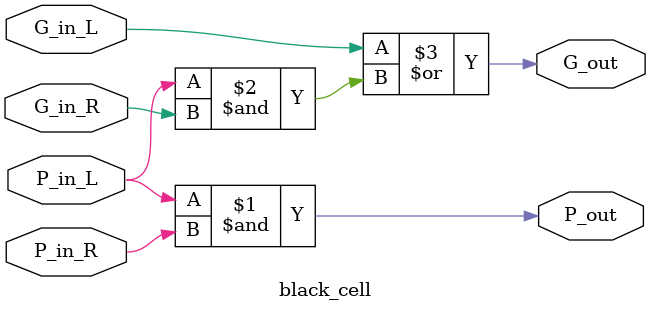
<source format=v>
module black_cell (
    // Inputs from the 'left' (more significant) group
    input P_in_L, G_in_L,
    
    // Inputs from the 'right' (less significant) group
    input P_in_R, G_in_R,

    // Combined group outputs
    output P_out, G_out
);

    assign P_out = P_in_L & P_in_R;
    assign G_out = G_in_L | (P_in_L & G_in_R);

endmodule
</source>
